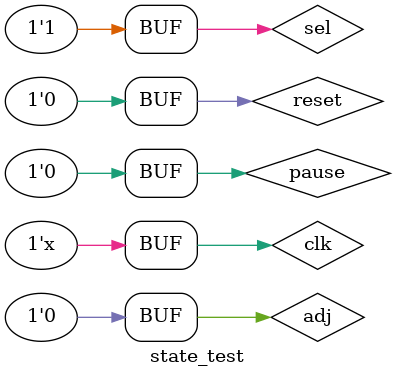
<source format=v>
`timescale 1ns / 1ps


module state_test;

	// Inputs
	reg reset;
	reg pause;
	reg sel;
	reg adj;
	reg clk;

	// Outputs
	wire [3:0] mode;

	// Instantiate the Unit Under Test (UUT)
	select_state uut (
		.reset(reset), 
		.pause(pause), 
		.sel(sel), 
		.adj(adj), 
		.clk(clk), 
		.mode(mode)
	);

	initial begin
		// Initialize Inputs
		reset = 0;
		pause = 0;
		sel = 0;
		adj = 0;
		clk = 0;

		// Wait 100 ns for global reset to finish
		#1 $monitor("mode = %b", mode);
        
		// Add stimulus here
		#20 pause = 1;
		#20 pause = 0;
		#20 pause = 1;
		#20 pause = 0;
		#20 adj = 1;
		#20 sel = 1;
		#20 pause = 1;
		#20 pause = 0;
		#20 adj = 0;
		#20 pause = 1;
		#20 pause = 0;
		
		

	end
	
	
	
	always clk = #5 ~clk;
      
endmodule


</source>
